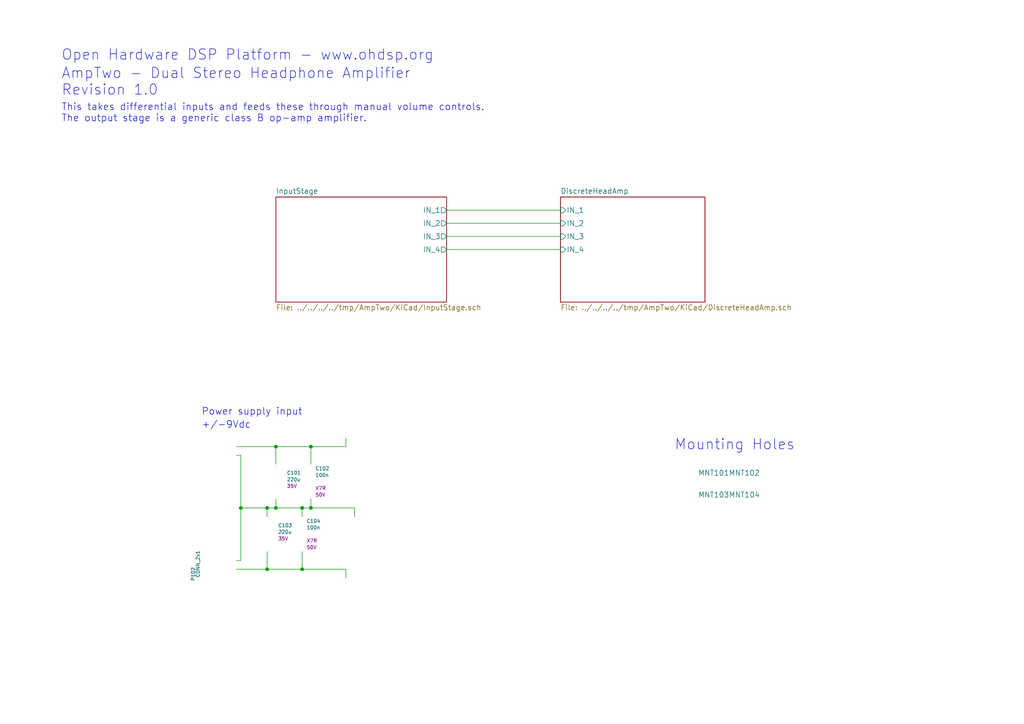
<source format=kicad_sch>
(kicad_sch (version 20230121) (generator eeschema)
  (paper "A4")
  (title_block (title "AmpTwo - Dual Stereo Headphone Amplifier") (date "2017-03-22") (rev "1.0") (company "Open Hardware DSP Platform - www.ohdsp.org") (comment 1 "MERCHANTABILITY, SATISFACTORY QUALITY AND FITNESS FOR A PARTICULAR PURPOSE.") (comment 2 "is distributed WITHOUT ANY EXPRESS OR IMPLIED WARRANTY, INCLUDING OF") (comment 3 "Licensed under the TAPR Open Hardware License (www.tapr.org/OHL). This documentation") (comment 4 "Copyright Paul Janicki 2017"))
  (lib_symbols)
  (junction (at 80.01 129.54))
  (junction (at 90.17 129.54))
  (junction (at 87.63 147.32))
  (junction (at 90.17 147.32))
  (junction (at 77.47 165.1))
  (junction (at 80.01 147.32))
  (junction (at 87.63 165.1))
  (junction (at 77.47 147.32))
  (junction (at 69.85 147.32))
  (wire (pts (xy 129.54 68.58) (xy 162.56 68.58)))
  (wire (pts (xy 102.87 147.32) (xy 102.87 149.86)))
  (wire (pts (xy 80.01 129.54) (xy 80.01 134.62)))
  (wire (pts (xy 100.33 129.54) (xy 100.33 127)))
  (wire (pts (xy 87.63 160.02) (xy 87.63 165.1)))
  (wire (pts (xy 80.01 147.32) (xy 87.63 147.32)))
  (wire (pts (xy 68.58 162.56) (xy 69.85 162.56)))
  (wire (pts (xy 162.56 64.77) (xy 129.54 64.77)))
  (wire (pts (xy 77.47 149.86) (xy 77.47 147.32)))
  (wire (pts (xy 129.54 60.96) (xy 162.56 60.96)))
  (wire (pts (xy 69.85 147.32) (xy 77.47 147.32)))
  (wire (pts (xy 87.63 165.1) (xy 100.33 165.1)))
  (wire (pts (xy 68.58 165.1) (xy 77.47 165.1)))
  (wire (pts (xy 87.63 147.32) (xy 90.17 147.32)))
  (wire (pts (xy 162.56 72.39) (xy 129.54 72.39)))
  (wire (pts (xy 100.33 165.1) (xy 100.33 167.64)))
  (wire (pts (xy 90.17 134.62) (xy 90.17 129.54)))
  (wire (pts (xy 87.63 149.86) (xy 87.63 147.32)))
  (wire (pts (xy 90.17 147.32) (xy 102.87 147.32)))
  (wire (pts (xy 77.47 165.1) (xy 87.63 165.1)))
  (wire (pts (xy 69.85 132.08) (xy 68.58 132.08)))
  (wire (pts (xy 90.17 129.54) (xy 100.33 129.54)))
  (wire (pts (xy 77.47 160.02) (xy 77.47 165.1)))
  (wire (pts (xy 80.01 144.78) (xy 80.01 147.32)))
  (wire (pts (xy 77.47 147.32) (xy 80.01 147.32)))
  (wire (pts (xy 68.58 129.54) (xy 80.01 129.54)))
  (wire (pts (xy 90.17 144.78) (xy 90.17 147.32)))
  (wire (pts (xy 80.01 129.54) (xy 90.17 129.54)))
  (wire (pts (xy 69.85 162.56) (xy 69.85 147.32)))
  (wire (pts (xy 69.85 147.32) (xy 69.85 132.08)))
  (text "+/-9Vdc" (at 58.42 124.46 0) (effects (font (size 2.0066 2.0066)) (justify left bottom)))
  (text "Open Hardware DSP Platform - www.ohdsp.org\n" (at 17.78 17.78 0) (effects (font (size 2.9972 2.9972)) (justify left bottom)))
  (text "Mounting Holes" (at 195.58 130.81 0) (effects (font (size 2.9972 2.9972)) (justify left bottom)))
  (text "Power supply input" (at 58.42 120.65 0) (effects (font (size 2.0066 2.0066)) (justify left bottom)))
  (text "This takes differential inputs and feeds these through manual volume controls.\nThe output stage is a generic class B op-amp amplifier." (at 17.78 35.56 0) (effects (font (size 2.0066 2.0066)) (justify left bottom)))
  (text "AmpTwo - Dual Stereo Headphone Amplifier\nRevision 1.0\n" (at 17.78 27.94 0) (effects (font (size 2.9972 2.9972)) (justify left bottom)))
  (symbol (lib_id "CONN_2x1") (at 68.58 129.54 0) (mirror y) (unit 1)
    (property "Reference" "P101" (at 56.007 133.477 90) (effects (font (size 1.016 1.016))))
    (property "Value" "CONN_2x1" (at 57.404 130.556 90) (effects (font (size 1.016 1.016))))
    (property "Footprint" "MyKiCadLibs-Footprints:CONN-SCREW-2WAY-7.5mm-7.62mm" (effects hide))
    (property "Description" "Text description" (effects hide))
  )
  (symbol (lib_id "GNDD") (at 102.87 149.86 0) (unit 1)
    (property "Reference" "#PWR01" (effects hide))
    (property "Value" "GNDD" (at 102.87 153.67 0) (effects (font (size 1.524 1.524))))
  )
  (symbol (lib_id "MNT_HOLE") (at 207.01 139.7 0) (unit 1)
    (property "Reference" "MNT101" (at 207.01 137.16 0) (effects (font (size 1.524 1.524))))
    (property "Value" "MNT_HOLE" (effects hide))
    (property "Footprint" "MyKiCadLibs-Footprints:MNT_HOLE_3mm" (effects hide))
  )
  (symbol (lib_id "MNT_HOLE") (at 215.9 139.7 0) (unit 1)
    (property "Reference" "MNT102" (at 215.9 137.16 0) (effects (font (size 1.524 1.524))))
    (property "Value" "MNT_HOLE" (effects hide))
    (property "Footprint" "MyKiCadLibs-Footprints:MNT_HOLE_3mm" (effects hide))
  )
  (symbol (lib_id "MNT_HOLE") (at 207.01 146.05 0) (unit 1)
    (property "Reference" "MNT103" (at 207.01 143.51 0) (effects (font (size 1.524 1.524))))
    (property "Value" "MNT_HOLE" (effects hide))
    (property "Footprint" "MyKiCadLibs-Footprints:MNT_HOLE_3mm" (effects hide))
  )
  (symbol (lib_id "MNT_HOLE") (at 215.9 146.05 0) (unit 1)
    (property "Reference" "MNT104" (at 215.9 143.51 0) (effects (font (size 1.524 1.524))))
    (property "Value" "MNT_HOLE" (effects hide))
    (property "Footprint" "MyKiCadLibs-Footprints:MNT_HOLE_3mm" (effects hide))
  )
  (symbol (lib_id "C") (at 90.17 139.7 180) (unit 1)
    (property "Reference" "C102" (at 91.44 135.89 0) (effects (font (size 1.016 1.016)) (justify right)))
    (property "Value" "100n" (at 91.44 137.795 0) (effects (font (size 1.016 1.016)) (justify right)))
    (property "Footprint" "MyKiCadLibs-Footprints:SMD-0805" (effects hide))
    (property "Voltage" "50V" (at 91.44 143.51 0) (effects (font (size 1.016 1.016)) (justify right)))
    (property "Type" "X7R" (at 91.44 141.605 0) (effects (font (size 1.016 1.016)) (justify right)))
    (property "Description" "Ceramic capacitor" (effects hide))
    (property "Tolerance" "10%" (effects hide))
    (property "Size" "0805" (effects hide))
  )
  (symbol (lib_id "+9VA") (at 100.33 127 0) (unit 1)
    (property "Reference" "#PWR02" (effects hide))
    (property "Value" "+9VA" (at 100.33 123.19 0))
  )
  (symbol (lib_id "-9VA") (at 100.33 167.64 180) (unit 1)
    (property "Reference" "#PWR03" (effects hide))
    (property "Value" "-9VA" (at 100.33 171.45 0))
  )
  (symbol (lib_id "CP1") (at 80.01 139.7 0) (mirror y) (unit 1)
    (property "Reference" "C101" (at 83.185 137.16 0) (effects (font (size 1.016 1.016)) (justify right)))
    (property "Value" "220u" (at 83.185 139.065 0) (effects (font (size 1.016 1.016)) (justify right)))
    (property "Footprint" "MyKiCadLibs-Footprints:CAP-TH-D8mmP3.5mm" (effects hide))
    (property "Voltage" "35V" (at 83.185 140.97 0) (effects (font (size 1.016 1.016)) (justify right)))
    (property "Size" "Pitch 3.5mm, Diameter 8mm" (effects hide))
    (property "Description" "Aluminium electrolytic capacitor" (effects hide))
  )
  (symbol (lib_id "C") (at 87.63 154.94 180) (unit 1)
    (property "Reference" "C104" (at 88.9 151.13 0) (effects (font (size 1.016 1.016)) (justify right)))
    (property "Value" "100n" (at 88.9 153.035 0) (effects (font (size 1.016 1.016)) (justify right)))
    (property "Footprint" "MyKiCadLibs-Footprints:SMD-0805" (effects hide))
    (property "Voltage" "50V" (at 88.9 158.75 0) (effects (font (size 1.016 1.016)) (justify right)))
    (property "Type" "X7R" (at 88.9 156.845 0) (effects (font (size 1.016 1.016)) (justify right)))
    (property "Description" "Ceramic capacitor" (effects hide))
    (property "Tolerance" "10%" (effects hide))
    (property "Size" "0805" (effects hide))
  )
  (symbol (lib_id "CP1") (at 77.47 154.94 0) (mirror y) (unit 1)
    (property "Reference" "C103" (at 80.645 152.4 0) (effects (font (size 1.016 1.016)) (justify right)))
    (property "Value" "220u" (at 80.645 154.305 0) (effects (font (size 1.016 1.016)) (justify right)))
    (property "Footprint" "MyKiCadLibs-Footprints:CAP-TH-D8mmP3.5mm" (effects hide))
    (property "Voltage" "35V" (at 80.645 156.21 0) (effects (font (size 1.016 1.016)) (justify right)))
    (property "Size" "Pitch 3.5mm, Diameter 8mm" (effects hide))
    (property "Description" "Aluminium electrolytic capacitor" (effects hide))
  )
  (symbol (lib_id "CONN_2x1") (at 68.58 162.56 0) (mirror y) (unit 1)
    (property "Reference" "P102" (at 56.007 166.497 90) (effects (font (size 1.016 1.016))))
    (property "Value" "CONN_2x1" (at 57.404 163.576 90) (effects (font (size 1.016 1.016))))
    (property "Footprint" "MyKiCadLibs-Footprints:CONN-SCREW-2WAY-7.5mm-7.62mm" (effects hide))
    (property "Description" "Text description" (effects hide))
  )
  (sheet (at 80.01 57.15) (size 49.53 30.48)
    (property "Sheetname" "InputStage" (at 80.01 56.3114 0) (effects (font (size 1.524 1.524)) (justify left bottom)))
    (property "Sheetfile" "../../../../tmp/AmpTwo/KiCad/InputStage.sch" (at 80.01 88.3162 0) (effects (font (size 1.524 1.524)) (justify left top)))
    (pin "IN_1" output (at 129.54 60.96 0) (effects (font (size 1.524 1.524))))
    (pin "IN_2" output (at 129.54 64.77 0) (effects (font (size 1.524 1.524))))
    (pin "IN_3" output (at 129.54 68.58 0) (effects (font (size 1.524 1.524))))
    (pin "IN_4" output (at 129.54 72.39 0) (effects (font (size 1.524 1.524))))
  )
  (sheet (at 162.56 57.15) (size 41.91 30.48)
    (property "Sheetname" "DiscreteHeadAmp" (at 162.56 56.3114 0) (effects (font (size 1.524 1.524)) (justify left bottom)))
    (property "Sheetfile" "../../../../tmp/AmpTwo/KiCad/DiscreteHeadAmp.sch" (at 162.56 88.3162 0) (effects (font (size 1.524 1.524)) (justify left top)))
    (pin "IN_1" input (at 162.56 60.96 180) (effects (font (size 1.524 1.524))))
    (pin "IN_2" input (at 162.56 64.77 180) (effects (font (size 1.524 1.524))))
    (pin "IN_3" input (at 162.56 68.58 180) (effects (font (size 1.524 1.524))))
    (pin "IN_4" input (at 162.56 72.39 180) (effects (font (size 1.524 1.524))))
  )
)
</source>
